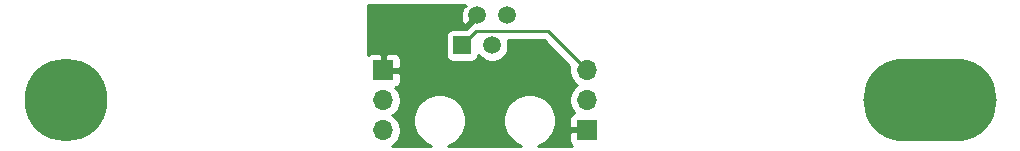
<source format=gbl>
%TF.GenerationSoftware,KiCad,Pcbnew,5.1.10*%
%TF.CreationDate,2021-12-13T09:12:55+01:00*%
%TF.ProjectId,sensor_board,73656e73-6f72-45f6-926f-6172642e6b69,rev?*%
%TF.SameCoordinates,Original*%
%TF.FileFunction,Copper,L2,Bot*%
%TF.FilePolarity,Positive*%
%FSLAX46Y46*%
G04 Gerber Fmt 4.6, Leading zero omitted, Abs format (unit mm)*
G04 Created by KiCad (PCBNEW 5.1.10) date 2021-12-13 09:12:55*
%MOMM*%
%LPD*%
G01*
G04 APERTURE LIST*
%TA.AperFunction,ComponentPad*%
%ADD10O,11.300000X7.000000*%
%TD*%
%TA.AperFunction,ComponentPad*%
%ADD11C,7.000000*%
%TD*%
%TA.AperFunction,ComponentPad*%
%ADD12R,1.500000X1.500000*%
%TD*%
%TA.AperFunction,ComponentPad*%
%ADD13C,1.500000*%
%TD*%
%TA.AperFunction,ComponentPad*%
%ADD14O,1.700000X1.700000*%
%TD*%
%TA.AperFunction,ComponentPad*%
%ADD15R,1.700000X1.700000*%
%TD*%
%TA.AperFunction,ViaPad*%
%ADD16C,0.800000*%
%TD*%
%TA.AperFunction,Conductor*%
%ADD17C,0.250000*%
%TD*%
%TA.AperFunction,Conductor*%
%ADD18C,0.254000*%
%TD*%
%TA.AperFunction,Conductor*%
%ADD19C,0.100000*%
%TD*%
G04 APERTURE END LIST*
D10*
X176850000Y-86200000D03*
D11*
X103700000Y-86200000D03*
D12*
X137265000Y-81570000D03*
D13*
X138535000Y-79030000D03*
X139805000Y-81570000D03*
X141075000Y-79030000D03*
D14*
X130600000Y-88755000D03*
X130600000Y-86215000D03*
D15*
X130600000Y-83675000D03*
D14*
X147800000Y-83645000D03*
X147800000Y-86185000D03*
D15*
X147800000Y-88725000D03*
D16*
X139100000Y-88000000D03*
X137850000Y-84750000D03*
X142350000Y-84750000D03*
X130850000Y-79500000D03*
X133850000Y-79000000D03*
D17*
X147800000Y-83645000D02*
X144511880Y-80356880D01*
X138478120Y-80356880D02*
X137265000Y-81570000D01*
X144511880Y-80356880D02*
X138478120Y-80356880D01*
D18*
X137461549Y-78136157D02*
X137578005Y-78252613D01*
X137339140Y-78318137D01*
X137223240Y-78565116D01*
X137157750Y-78829960D01*
X137145188Y-79102492D01*
X137186035Y-79372238D01*
X137278723Y-79628832D01*
X137339140Y-79741863D01*
X137578007Y-79807388D01*
X138355395Y-79030000D01*
X138341253Y-79015858D01*
X138520858Y-78836253D01*
X138535000Y-78850395D01*
X138549143Y-78836253D01*
X138728748Y-79015858D01*
X138714605Y-79030000D01*
X138728748Y-79044143D01*
X138549143Y-79223748D01*
X138535000Y-79209605D01*
X137757612Y-79986993D01*
X137760969Y-79999229D01*
X137578270Y-80181928D01*
X136515000Y-80181928D01*
X136390518Y-80194188D01*
X136270820Y-80230498D01*
X136160506Y-80289463D01*
X136063815Y-80368815D01*
X135984463Y-80465506D01*
X135925498Y-80575820D01*
X135889188Y-80695518D01*
X135876928Y-80820000D01*
X135876928Y-82320000D01*
X135889188Y-82444482D01*
X135925498Y-82564180D01*
X135984463Y-82674494D01*
X136063815Y-82771185D01*
X136160506Y-82850537D01*
X136270820Y-82909502D01*
X136390518Y-82945812D01*
X136515000Y-82958072D01*
X138015000Y-82958072D01*
X138139482Y-82945812D01*
X138259180Y-82909502D01*
X138369494Y-82850537D01*
X138466185Y-82771185D01*
X138545537Y-82674494D01*
X138604502Y-82564180D01*
X138640812Y-82444482D01*
X138651445Y-82336517D01*
X138729201Y-82452886D01*
X138922114Y-82645799D01*
X139148957Y-82797371D01*
X139401011Y-82901775D01*
X139668589Y-82955000D01*
X139941411Y-82955000D01*
X140208989Y-82901775D01*
X140461043Y-82797371D01*
X140687886Y-82645799D01*
X140880799Y-82452886D01*
X141032371Y-82226043D01*
X141136775Y-81973989D01*
X141190000Y-81706411D01*
X141190000Y-81433589D01*
X141136775Y-81166011D01*
X141116424Y-81116880D01*
X144197079Y-81116880D01*
X146358790Y-83278592D01*
X146315000Y-83498740D01*
X146315000Y-83791260D01*
X146372068Y-84078158D01*
X146484010Y-84348411D01*
X146646525Y-84591632D01*
X146853368Y-84798475D01*
X147027760Y-84915000D01*
X146853368Y-85031525D01*
X146646525Y-85238368D01*
X146484010Y-85481589D01*
X146372068Y-85751842D01*
X146315000Y-86038740D01*
X146315000Y-86331260D01*
X146372068Y-86618158D01*
X146484010Y-86888411D01*
X146646525Y-87131632D01*
X146778380Y-87263487D01*
X146705820Y-87285498D01*
X146595506Y-87344463D01*
X146498815Y-87423815D01*
X146419463Y-87520506D01*
X146360498Y-87630820D01*
X146324188Y-87750518D01*
X146311928Y-87875000D01*
X146315000Y-88439250D01*
X146473750Y-88598000D01*
X147673000Y-88598000D01*
X147673000Y-88578000D01*
X147927000Y-88578000D01*
X147927000Y-88598000D01*
X147947000Y-88598000D01*
X147947000Y-88852000D01*
X147927000Y-88852000D01*
X147927000Y-88872000D01*
X147673000Y-88872000D01*
X147673000Y-88852000D01*
X146473750Y-88852000D01*
X146315000Y-89010750D01*
X146311928Y-89575000D01*
X146324188Y-89699482D01*
X146360498Y-89819180D01*
X146419463Y-89929494D01*
X146498815Y-90026185D01*
X146555859Y-90073000D01*
X143692862Y-90073000D01*
X144055511Y-89922786D01*
X144425666Y-89675456D01*
X144740456Y-89360666D01*
X144987786Y-88990511D01*
X145158149Y-88579218D01*
X145245000Y-88142591D01*
X145245000Y-87697409D01*
X145158149Y-87260782D01*
X144987786Y-86849489D01*
X144740456Y-86479334D01*
X144425666Y-86164544D01*
X144055511Y-85917214D01*
X143644218Y-85746851D01*
X143207591Y-85660000D01*
X142762409Y-85660000D01*
X142325782Y-85746851D01*
X141914489Y-85917214D01*
X141544334Y-86164544D01*
X141229544Y-86479334D01*
X140982214Y-86849489D01*
X140811851Y-87260782D01*
X140725000Y-87697409D01*
X140725000Y-88142591D01*
X140811851Y-88579218D01*
X140982214Y-88990511D01*
X141229544Y-89360666D01*
X141544334Y-89675456D01*
X141914489Y-89922786D01*
X142277138Y-90073000D01*
X136072862Y-90073000D01*
X136435511Y-89922786D01*
X136805666Y-89675456D01*
X137120456Y-89360666D01*
X137367786Y-88990511D01*
X137538149Y-88579218D01*
X137625000Y-88142591D01*
X137625000Y-87697409D01*
X137538149Y-87260782D01*
X137367786Y-86849489D01*
X137120456Y-86479334D01*
X136805666Y-86164544D01*
X136435511Y-85917214D01*
X136024218Y-85746851D01*
X135587591Y-85660000D01*
X135142409Y-85660000D01*
X134705782Y-85746851D01*
X134294489Y-85917214D01*
X133924334Y-86164544D01*
X133609544Y-86479334D01*
X133362214Y-86849489D01*
X133191851Y-87260782D01*
X133105000Y-87697409D01*
X133105000Y-88142591D01*
X133191851Y-88579218D01*
X133362214Y-88990511D01*
X133609544Y-89360666D01*
X133924334Y-89675456D01*
X134294489Y-89922786D01*
X134657138Y-90073000D01*
X131298558Y-90073000D01*
X131303411Y-90070990D01*
X131546632Y-89908475D01*
X131753475Y-89701632D01*
X131915990Y-89458411D01*
X132027932Y-89188158D01*
X132085000Y-88901260D01*
X132085000Y-88608740D01*
X132027932Y-88321842D01*
X131915990Y-88051589D01*
X131753475Y-87808368D01*
X131546632Y-87601525D01*
X131372240Y-87485000D01*
X131546632Y-87368475D01*
X131753475Y-87161632D01*
X131915990Y-86918411D01*
X132027932Y-86648158D01*
X132085000Y-86361260D01*
X132085000Y-86068740D01*
X132027932Y-85781842D01*
X131915990Y-85511589D01*
X131753475Y-85268368D01*
X131621620Y-85136513D01*
X131694180Y-85114502D01*
X131804494Y-85055537D01*
X131901185Y-84976185D01*
X131980537Y-84879494D01*
X132039502Y-84769180D01*
X132075812Y-84649482D01*
X132088072Y-84525000D01*
X132085000Y-83960750D01*
X131926250Y-83802000D01*
X130727000Y-83802000D01*
X130727000Y-83822000D01*
X130473000Y-83822000D01*
X130473000Y-83802000D01*
X130453000Y-83802000D01*
X130453000Y-83548000D01*
X130473000Y-83548000D01*
X130473000Y-82348750D01*
X130727000Y-82348750D01*
X130727000Y-83548000D01*
X131926250Y-83548000D01*
X132085000Y-83389250D01*
X132088072Y-82825000D01*
X132075812Y-82700518D01*
X132039502Y-82580820D01*
X131980537Y-82470506D01*
X131901185Y-82373815D01*
X131804494Y-82294463D01*
X131694180Y-82235498D01*
X131574482Y-82199188D01*
X131450000Y-82186928D01*
X130885750Y-82190000D01*
X130727000Y-82348750D01*
X130473000Y-82348750D01*
X130314250Y-82190000D01*
X129750000Y-82186928D01*
X129625518Y-82199188D01*
X129505820Y-82235498D01*
X129395506Y-82294463D01*
X129327000Y-82350684D01*
X129327000Y-78127000D01*
X137470706Y-78127000D01*
X137461549Y-78136157D01*
%TA.AperFunction,Conductor*%
D19*
G36*
X137461549Y-78136157D02*
G01*
X137578005Y-78252613D01*
X137339140Y-78318137D01*
X137223240Y-78565116D01*
X137157750Y-78829960D01*
X137145188Y-79102492D01*
X137186035Y-79372238D01*
X137278723Y-79628832D01*
X137339140Y-79741863D01*
X137578007Y-79807388D01*
X138355395Y-79030000D01*
X138341253Y-79015858D01*
X138520858Y-78836253D01*
X138535000Y-78850395D01*
X138549143Y-78836253D01*
X138728748Y-79015858D01*
X138714605Y-79030000D01*
X138728748Y-79044143D01*
X138549143Y-79223748D01*
X138535000Y-79209605D01*
X137757612Y-79986993D01*
X137760969Y-79999229D01*
X137578270Y-80181928D01*
X136515000Y-80181928D01*
X136390518Y-80194188D01*
X136270820Y-80230498D01*
X136160506Y-80289463D01*
X136063815Y-80368815D01*
X135984463Y-80465506D01*
X135925498Y-80575820D01*
X135889188Y-80695518D01*
X135876928Y-80820000D01*
X135876928Y-82320000D01*
X135889188Y-82444482D01*
X135925498Y-82564180D01*
X135984463Y-82674494D01*
X136063815Y-82771185D01*
X136160506Y-82850537D01*
X136270820Y-82909502D01*
X136390518Y-82945812D01*
X136515000Y-82958072D01*
X138015000Y-82958072D01*
X138139482Y-82945812D01*
X138259180Y-82909502D01*
X138369494Y-82850537D01*
X138466185Y-82771185D01*
X138545537Y-82674494D01*
X138604502Y-82564180D01*
X138640812Y-82444482D01*
X138651445Y-82336517D01*
X138729201Y-82452886D01*
X138922114Y-82645799D01*
X139148957Y-82797371D01*
X139401011Y-82901775D01*
X139668589Y-82955000D01*
X139941411Y-82955000D01*
X140208989Y-82901775D01*
X140461043Y-82797371D01*
X140687886Y-82645799D01*
X140880799Y-82452886D01*
X141032371Y-82226043D01*
X141136775Y-81973989D01*
X141190000Y-81706411D01*
X141190000Y-81433589D01*
X141136775Y-81166011D01*
X141116424Y-81116880D01*
X144197079Y-81116880D01*
X146358790Y-83278592D01*
X146315000Y-83498740D01*
X146315000Y-83791260D01*
X146372068Y-84078158D01*
X146484010Y-84348411D01*
X146646525Y-84591632D01*
X146853368Y-84798475D01*
X147027760Y-84915000D01*
X146853368Y-85031525D01*
X146646525Y-85238368D01*
X146484010Y-85481589D01*
X146372068Y-85751842D01*
X146315000Y-86038740D01*
X146315000Y-86331260D01*
X146372068Y-86618158D01*
X146484010Y-86888411D01*
X146646525Y-87131632D01*
X146778380Y-87263487D01*
X146705820Y-87285498D01*
X146595506Y-87344463D01*
X146498815Y-87423815D01*
X146419463Y-87520506D01*
X146360498Y-87630820D01*
X146324188Y-87750518D01*
X146311928Y-87875000D01*
X146315000Y-88439250D01*
X146473750Y-88598000D01*
X147673000Y-88598000D01*
X147673000Y-88578000D01*
X147927000Y-88578000D01*
X147927000Y-88598000D01*
X147947000Y-88598000D01*
X147947000Y-88852000D01*
X147927000Y-88852000D01*
X147927000Y-88872000D01*
X147673000Y-88872000D01*
X147673000Y-88852000D01*
X146473750Y-88852000D01*
X146315000Y-89010750D01*
X146311928Y-89575000D01*
X146324188Y-89699482D01*
X146360498Y-89819180D01*
X146419463Y-89929494D01*
X146498815Y-90026185D01*
X146555859Y-90073000D01*
X143692862Y-90073000D01*
X144055511Y-89922786D01*
X144425666Y-89675456D01*
X144740456Y-89360666D01*
X144987786Y-88990511D01*
X145158149Y-88579218D01*
X145245000Y-88142591D01*
X145245000Y-87697409D01*
X145158149Y-87260782D01*
X144987786Y-86849489D01*
X144740456Y-86479334D01*
X144425666Y-86164544D01*
X144055511Y-85917214D01*
X143644218Y-85746851D01*
X143207591Y-85660000D01*
X142762409Y-85660000D01*
X142325782Y-85746851D01*
X141914489Y-85917214D01*
X141544334Y-86164544D01*
X141229544Y-86479334D01*
X140982214Y-86849489D01*
X140811851Y-87260782D01*
X140725000Y-87697409D01*
X140725000Y-88142591D01*
X140811851Y-88579218D01*
X140982214Y-88990511D01*
X141229544Y-89360666D01*
X141544334Y-89675456D01*
X141914489Y-89922786D01*
X142277138Y-90073000D01*
X136072862Y-90073000D01*
X136435511Y-89922786D01*
X136805666Y-89675456D01*
X137120456Y-89360666D01*
X137367786Y-88990511D01*
X137538149Y-88579218D01*
X137625000Y-88142591D01*
X137625000Y-87697409D01*
X137538149Y-87260782D01*
X137367786Y-86849489D01*
X137120456Y-86479334D01*
X136805666Y-86164544D01*
X136435511Y-85917214D01*
X136024218Y-85746851D01*
X135587591Y-85660000D01*
X135142409Y-85660000D01*
X134705782Y-85746851D01*
X134294489Y-85917214D01*
X133924334Y-86164544D01*
X133609544Y-86479334D01*
X133362214Y-86849489D01*
X133191851Y-87260782D01*
X133105000Y-87697409D01*
X133105000Y-88142591D01*
X133191851Y-88579218D01*
X133362214Y-88990511D01*
X133609544Y-89360666D01*
X133924334Y-89675456D01*
X134294489Y-89922786D01*
X134657138Y-90073000D01*
X131298558Y-90073000D01*
X131303411Y-90070990D01*
X131546632Y-89908475D01*
X131753475Y-89701632D01*
X131915990Y-89458411D01*
X132027932Y-89188158D01*
X132085000Y-88901260D01*
X132085000Y-88608740D01*
X132027932Y-88321842D01*
X131915990Y-88051589D01*
X131753475Y-87808368D01*
X131546632Y-87601525D01*
X131372240Y-87485000D01*
X131546632Y-87368475D01*
X131753475Y-87161632D01*
X131915990Y-86918411D01*
X132027932Y-86648158D01*
X132085000Y-86361260D01*
X132085000Y-86068740D01*
X132027932Y-85781842D01*
X131915990Y-85511589D01*
X131753475Y-85268368D01*
X131621620Y-85136513D01*
X131694180Y-85114502D01*
X131804494Y-85055537D01*
X131901185Y-84976185D01*
X131980537Y-84879494D01*
X132039502Y-84769180D01*
X132075812Y-84649482D01*
X132088072Y-84525000D01*
X132085000Y-83960750D01*
X131926250Y-83802000D01*
X130727000Y-83802000D01*
X130727000Y-83822000D01*
X130473000Y-83822000D01*
X130473000Y-83802000D01*
X130453000Y-83802000D01*
X130453000Y-83548000D01*
X130473000Y-83548000D01*
X130473000Y-82348750D01*
X130727000Y-82348750D01*
X130727000Y-83548000D01*
X131926250Y-83548000D01*
X132085000Y-83389250D01*
X132088072Y-82825000D01*
X132075812Y-82700518D01*
X132039502Y-82580820D01*
X131980537Y-82470506D01*
X131901185Y-82373815D01*
X131804494Y-82294463D01*
X131694180Y-82235498D01*
X131574482Y-82199188D01*
X131450000Y-82186928D01*
X130885750Y-82190000D01*
X130727000Y-82348750D01*
X130473000Y-82348750D01*
X130314250Y-82190000D01*
X129750000Y-82186928D01*
X129625518Y-82199188D01*
X129505820Y-82235498D01*
X129395506Y-82294463D01*
X129327000Y-82350684D01*
X129327000Y-78127000D01*
X137470706Y-78127000D01*
X137461549Y-78136157D01*
G37*
%TD.AperFunction*%
M02*

</source>
